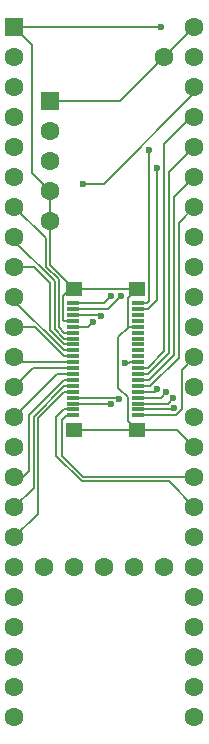
<source format=gbl>
%TF.GenerationSoftware,KiCad,Pcbnew,(6.0.2)*%
%TF.CreationDate,2022-04-24T21:41:02-05:00*%
%TF.ProjectId,thinkpad-teensy-keyboard,7468696e-6b70-4616-942d-7465656e7379,v1.0.0*%
%TF.SameCoordinates,Original*%
%TF.FileFunction,Copper,L2,Bot*%
%TF.FilePolarity,Positive*%
%FSLAX46Y46*%
G04 Gerber Fmt 4.6, Leading zero omitted, Abs format (unit mm)*
G04 Created by KiCad (PCBNEW (6.0.2)) date 2022-04-24 21:41:02*
%MOMM*%
%LPD*%
G01*
G04 APERTURE LIST*
%TA.AperFunction,ComponentPad*%
%ADD10R,1.600000X1.600000*%
%TD*%
%TA.AperFunction,ComponentPad*%
%ADD11C,1.600000*%
%TD*%
%TA.AperFunction,SMDPad,CuDef*%
%ADD12R,1.100000X0.300000*%
%TD*%
%TA.AperFunction,SMDPad,CuDef*%
%ADD13R,1.320000X1.300000*%
%TD*%
%TA.AperFunction,ViaPad*%
%ADD14C,0.600000*%
%TD*%
%TA.AperFunction,Conductor*%
%ADD15C,0.150000*%
%TD*%
%TA.AperFunction,Conductor*%
%ADD16C,0.200000*%
%TD*%
G04 APERTURE END LIST*
D10*
%TO.P,U1,1,GND*%
%TO.N,GND*%
X112374433Y-48981466D03*
D11*
%TO.P,U1,2,0_RX1_CRX2_CS1*%
%TO.N,Net-(Q2-Pad2)*%
X112374433Y-51521466D03*
%TO.P,U1,3,1_TX1_CTX2_MISO1*%
%TO.N,Net-(Q1-Pad2)*%
X112374433Y-54061466D03*
%TO.P,U1,4,2_OUT2*%
%TO.N,Net-(U1-Pad4)*%
X112374433Y-56601466D03*
%TO.P,U1,5,3_LRCLK2*%
%TO.N,Net-(U1-Pad5)*%
X112374433Y-59141466D03*
%TO.P,U1,6,4_BCLK2*%
%TO.N,Net-(U1-Pad6)*%
X112374433Y-61681466D03*
%TO.P,U1,7,5_IN2*%
%TO.N,Net-(U1-Pad7)*%
X112374433Y-64221466D03*
%TO.P,U1,8,6_OUT1D*%
%TO.N,Net-(U1-Pad8)*%
X112374433Y-66761466D03*
%TO.P,U1,9,7_RX2_OUT1A*%
%TO.N,Net-(U1-Pad9)*%
X112374433Y-69301466D03*
%TO.P,U1,10,8_TX2_IN1*%
%TO.N,Net-(U1-Pad10)*%
X112374433Y-71841466D03*
%TO.P,U1,11,9_OUT1C*%
%TO.N,Net-(U1-Pad11)*%
X112374433Y-74381466D03*
%TO.P,U1,12,10_CS_MQSR*%
%TO.N,Net-(U1-Pad12)*%
X112374433Y-76921466D03*
%TO.P,U1,13,11_MOSI_CTX1*%
%TO.N,Net-(J2-PadP$18)*%
X112374433Y-79461466D03*
%TO.P,U1,14,12_MISO_MQSL*%
%TO.N,Net-(J2-PadP$16)*%
X112374433Y-82001466D03*
%TO.P,U1,15,3V3*%
%TO.N,+3V3*%
X112374433Y-84541466D03*
%TO.P,U1,16,24_A10_TX6_SCL2*%
%TO.N,Net-(J2-PadP$14)*%
X112374433Y-87081466D03*
%TO.P,U1,17,25_A11_RX6_SDA2*%
%TO.N,Net-(J2-PadP$12)*%
X112374433Y-89621466D03*
%TO.P,U1,18,26_A12_MOSI1*%
%TO.N,Net-(J2-PadP$10)*%
X112374433Y-92161466D03*
%TO.P,U1,19,27_A13_SCK1*%
%TO.N,unconnected-(U1-Pad19)*%
X112374433Y-94701466D03*
%TO.P,U1,20,28_RX7*%
%TO.N,unconnected-(U1-Pad20)*%
X112374433Y-97241466D03*
%TO.P,U1,21,29_TX7*%
%TO.N,unconnected-(U1-Pad21)*%
X112374433Y-99781466D03*
%TO.P,U1,22,30_CRX3*%
%TO.N,unconnected-(U1-Pad22)*%
X112374433Y-102321466D03*
%TO.P,U1,23,31_CTX3*%
%TO.N,unconnected-(U1-Pad23)*%
X112374433Y-104861466D03*
%TO.P,U1,24,32_OUT1B*%
%TO.N,unconnected-(U1-Pad24)*%
X112374433Y-107401466D03*
%TO.P,U1,25,33_MCLK2*%
%TO.N,unconnected-(U1-Pad25)*%
X127614433Y-107401466D03*
%TO.P,U1,26,34_RX8*%
%TO.N,unconnected-(U1-Pad26)*%
X127614433Y-104861466D03*
%TO.P,U1,27,35_TX8*%
%TO.N,unconnected-(U1-Pad27)*%
X127614433Y-102321466D03*
%TO.P,U1,28,36_CS*%
%TO.N,unconnected-(U1-Pad28)*%
X127614433Y-99781466D03*
%TO.P,U1,29,37_CS*%
%TO.N,unconnected-(U1-Pad29)*%
X127614433Y-97241466D03*
%TO.P,U1,30,38_CS1_IN1*%
%TO.N,unconnected-(U1-Pad30)*%
X127614433Y-94701466D03*
%TO.P,U1,31,39_MISO1_OUT1A*%
%TO.N,Net-(J2-PadP$19)*%
X127614433Y-92161466D03*
%TO.P,U1,32,40_A16*%
%TO.N,Net-(U1-Pad32)*%
X127614433Y-89621466D03*
%TO.P,U1,33,41_A17*%
%TO.N,Net-(J2-PadP$2)*%
X127614433Y-87081466D03*
%TO.P,U1,34,GND*%
%TO.N,GND*%
X127614433Y-84541466D03*
%TO.P,U1,35,13_SCK_LED*%
%TO.N,Net-(J2-PadP$6)*%
X127614433Y-82001466D03*
%TO.P,U1,36,14_A0_TX3_SPDIF_OUT*%
%TO.N,Net-(J2-PadP$8)*%
X127614433Y-79461466D03*
%TO.P,U1,37,15_A1_RX3_SPDIF_IN*%
%TO.N,Net-(J2-PadP$1)*%
X127614433Y-76921466D03*
%TO.P,U1,38,16_A2_RX4_SCL1*%
%TO.N,Net-(U1-Pad38)*%
X127614433Y-74381466D03*
%TO.P,U1,39,17_A3_TX4_SDA1*%
%TO.N,Net-(U1-Pad39)*%
X127614433Y-71841466D03*
%TO.P,U1,40,18_A4_SDA*%
%TO.N,Net-(U1-Pad40)*%
X127614433Y-69301466D03*
%TO.P,U1,41,19_A5_SCL*%
%TO.N,Net-(U1-Pad41)*%
X127614433Y-66761466D03*
%TO.P,U1,42,20_A6_TX5_LRCLK1*%
%TO.N,Net-(U1-Pad42)*%
X127614433Y-64221466D03*
%TO.P,U1,43,21_A7_RX5_BCLK1*%
%TO.N,Net-(U1-Pad43)*%
X127614433Y-61681466D03*
%TO.P,U1,44,22_A8_CTX1*%
%TO.N,Net-(U1-Pad44)*%
X127614433Y-59141466D03*
%TO.P,U1,45,23_A9_CRX1_MCLK1*%
%TO.N,Net-(U1-Pad45)*%
X127614433Y-56601466D03*
%TO.P,U1,46,3V3*%
%TO.N,+3V3*%
X127614433Y-54061466D03*
%TO.P,U1,47,GND*%
%TO.N,GND*%
X127614433Y-51521466D03*
%TO.P,U1,48,VIN*%
%TO.N,+5V*%
X127614433Y-48981466D03*
%TO.P,U1,49,VUSB*%
X125074433Y-51521466D03*
%TO.P,U1,50,VBAT*%
%TO.N,unconnected-(U1-Pad50)*%
X114914433Y-94701466D03*
%TO.P,U1,51,3V3*%
%TO.N,unconnected-(U1-Pad51)*%
X117454433Y-94701466D03*
%TO.P,U1,52,GND*%
%TO.N,unconnected-(U1-Pad52)*%
X119994433Y-94701466D03*
%TO.P,U1,53,PROGRAM*%
%TO.N,unconnected-(U1-Pad53)*%
X122534433Y-94701466D03*
%TO.P,U1,54,ON_OFF*%
%TO.N,unconnected-(U1-Pad54)*%
X125074433Y-94701466D03*
D10*
%TO.P,U1,55,5V*%
%TO.N,+5V*%
X115425233Y-55280666D03*
D11*
%TO.P,U1,56,D-*%
%TO.N,unconnected-(U1-Pad56)*%
X115425233Y-57820666D03*
%TO.P,U1,57,D+*%
%TO.N,unconnected-(U1-Pad57)*%
X115425233Y-60360666D03*
%TO.P,U1,58,GND*%
%TO.N,GND*%
X115425233Y-62900666D03*
%TO.P,U1,59,GND*%
X115425233Y-65440666D03*
%TD*%
D12*
%TO.P,J2,P$1,1*%
%TO.N,Net-(J2-PadP$1)*%
X122844433Y-81875466D03*
%TO.P,J2,P$2,2*%
%TO.N,Net-(J2-PadP$2)*%
X117344433Y-81875466D03*
%TO.P,J2,P$3,3*%
%TO.N,Net-(U1-Pad38)*%
X122844433Y-81375466D03*
%TO.P,J2,P$4,4*%
%TO.N,Net-(U1-Pad32)*%
X117344433Y-81375466D03*
%TO.P,J2,P$5,5*%
%TO.N,Net-(U1-Pad39)*%
X122844433Y-80875466D03*
%TO.P,J2,P$6,6*%
%TO.N,Net-(J2-PadP$6)*%
X117344433Y-80875466D03*
%TO.P,J2,P$7,7*%
%TO.N,Net-(U1-Pad40)*%
X122844433Y-80375466D03*
%TO.P,J2,P$8,8*%
%TO.N,Net-(J2-PadP$8)*%
X117344433Y-80375466D03*
%TO.P,J2,P$9,9*%
%TO.N,Net-(U1-Pad41)*%
X122844433Y-79875466D03*
%TO.P,J2,P$10,10*%
%TO.N,Net-(J2-PadP$10)*%
X117344433Y-79875466D03*
%TO.P,J2,P$11,11*%
%TO.N,Net-(U1-Pad42)*%
X122844433Y-79375466D03*
%TO.P,J2,P$12,12*%
%TO.N,Net-(J2-PadP$12)*%
X117344433Y-79375466D03*
%TO.P,J2,P$13,13*%
%TO.N,Net-(U1-Pad43)*%
X122844433Y-78875466D03*
%TO.P,J2,P$14,14*%
%TO.N,Net-(J2-PadP$14)*%
X117344433Y-78875466D03*
%TO.P,J2,P$15,15*%
%TO.N,Net-(U1-Pad44)*%
X122844433Y-78375466D03*
%TO.P,J2,P$16,16*%
%TO.N,Net-(J2-PadP$16)*%
X117344433Y-78375466D03*
%TO.P,J2,P$17,17*%
%TO.N,Net-(U1-Pad45)*%
X122844433Y-77875466D03*
%TO.P,J2,P$18,18*%
%TO.N,Net-(J2-PadP$18)*%
X117344433Y-77875466D03*
%TO.P,J2,P$19,19*%
%TO.N,Net-(J2-PadP$19)*%
X122844433Y-77375466D03*
%TO.P,J2,P$20,20*%
%TO.N,Net-(U1-Pad12)*%
X117344433Y-77375466D03*
%TO.P,J2,P$21,21*%
%TO.N,unconnected-(J2-PadP$21)*%
X122844433Y-76875466D03*
%TO.P,J2,P$22,22*%
%TO.N,Net-(U1-Pad11)*%
X117344433Y-76875466D03*
%TO.P,J2,P$23,23*%
%TO.N,unconnected-(J2-PadP$23)*%
X122844433Y-76375466D03*
%TO.P,J2,P$24,24*%
%TO.N,Net-(U1-Pad10)*%
X117344433Y-76375466D03*
%TO.P,J2,P$25,25*%
%TO.N,unconnected-(J2-PadP$25)*%
X122844433Y-75875466D03*
%TO.P,J2,P$26,26*%
%TO.N,Net-(U1-Pad9)*%
X117344433Y-75875466D03*
%TO.P,J2,P$27,27*%
%TO.N,unconnected-(J2-PadP$27)*%
X122844433Y-75375466D03*
%TO.P,J2,P$28,28*%
%TO.N,Net-(U1-Pad8)*%
X117344433Y-75375466D03*
%TO.P,J2,P$29,29*%
%TO.N,unconnected-(J2-PadP$29)*%
X122844433Y-74875466D03*
%TO.P,J2,P$30,30*%
%TO.N,Net-(U1-Pad7)*%
X117344433Y-74875466D03*
%TO.P,J2,P$31,31*%
%TO.N,GND*%
X122844433Y-74375466D03*
%TO.P,J2,P$32,32*%
%TO.N,Net-(U1-Pad6)*%
X117344433Y-74375466D03*
%TO.P,J2,P$33,33*%
%TO.N,unconnected-(J2-PadP$33)*%
X122844433Y-73875466D03*
%TO.P,J2,P$34,34*%
%TO.N,GND*%
X117344433Y-73875466D03*
%TO.P,J2,P$35,35*%
%TO.N,unconnected-(J2-PadP$35)*%
X122844433Y-73375466D03*
%TO.P,J2,P$36,36*%
%TO.N,Net-(U1-Pad5)*%
X117344433Y-73375466D03*
%TO.P,J2,P$37,37*%
%TO.N,Net-(J2-PadP$37)*%
X122844433Y-72875466D03*
%TO.P,J2,P$38,38*%
%TO.N,+5V*%
X117344433Y-72875466D03*
%TO.P,J2,P$39,39*%
%TO.N,Net-(J2-PadP$39)*%
X122844433Y-72375466D03*
%TO.P,J2,P$40,40*%
%TO.N,Net-(U1-Pad4)*%
X117344433Y-72375466D03*
D13*
%TO.P,J2,P$41,43*%
%TO.N,GND*%
X122734433Y-83075466D03*
%TO.P,J2,P$42,44*%
X117454433Y-83075466D03*
%TO.P,J2,P$43,41*%
X122734433Y-71175466D03*
%TO.P,J2,P$44,42*%
X117454433Y-71175466D03*
%TD*%
D14*
%TO.N,+5V*%
X121412000Y-71774966D03*
%TO.N,GND*%
X124820433Y-48981466D03*
%TO.N,+3V3*%
X118216433Y-62255966D03*
%TO.N,Net-(J2-PadP$39)*%
X123804433Y-59395466D03*
%TO.N,Net-(J2-PadP$37)*%
X124403933Y-60919466D03*
%TO.N,Net-(U1-Pad41)*%
X124482344Y-79631377D03*
%TO.N,Net-(U1-Pad40)*%
X125220987Y-79937335D03*
%TO.N,Net-(U1-Pad39)*%
X125836089Y-80448073D03*
%TO.N,Net-(U1-Pad38)*%
X125842811Y-81253818D03*
%TO.N,Net-(U1-Pad4)*%
X120567713Y-71806786D03*
%TO.N,Net-(U1-Pad5)*%
X119740433Y-73449966D03*
%TO.N,Net-(U1-Pad6)*%
X119037352Y-73949966D03*
%TO.N,Net-(J2-PadP$8)*%
X121264433Y-80477466D03*
%TO.N,Net-(J2-PadP$6)*%
X120556167Y-80949966D03*
%TO.N,Net-(J2-PadP$19)*%
X121772433Y-77429466D03*
%TD*%
D15*
%TO.N,+5V*%
X120311500Y-72875466D02*
X121412000Y-71774966D01*
D16*
X115425233Y-55280666D02*
X121315233Y-55280666D01*
X125074433Y-51521466D02*
X127614433Y-48981466D01*
D15*
X117344433Y-72875466D02*
X120311500Y-72875466D01*
D16*
X121315233Y-55280666D02*
X125074433Y-51521466D01*
%TO.N,GND*%
X117104433Y-71175466D02*
X117454433Y-71175466D01*
X121994922Y-82335955D02*
X122734433Y-83075466D01*
X121994922Y-80360117D02*
X121994922Y-82335955D01*
X116494922Y-73824977D02*
X116494922Y-71784977D01*
X116545411Y-73875466D02*
X116494922Y-73824977D01*
X121172922Y-79538117D02*
X121994922Y-80360117D01*
X113898433Y-50505466D02*
X113898433Y-61373866D01*
X122734433Y-71175466D02*
X121994922Y-71914977D01*
X122844433Y-74375466D02*
X122045411Y-74375466D01*
X116494922Y-71784977D02*
X117104433Y-71175466D01*
X117454433Y-83075466D02*
X122734433Y-83075466D01*
X122734433Y-83075466D02*
X126148433Y-83075466D01*
X121994922Y-71914977D02*
X121994922Y-74324977D01*
X113898433Y-61373866D02*
X115425233Y-62900666D01*
X117344433Y-73875466D02*
X116545411Y-73875466D01*
X112374433Y-48981466D02*
X113898433Y-50505466D01*
D15*
X124820433Y-48981466D02*
X112374433Y-48981466D01*
D16*
X115425233Y-69146266D02*
X117454433Y-71175466D01*
X126148433Y-83075466D02*
X127614433Y-84541466D01*
X115425233Y-65440666D02*
X115425233Y-62900666D01*
X121172922Y-75247955D02*
X121172922Y-79538117D01*
X115425233Y-65440666D02*
X115425233Y-69146266D01*
X121994922Y-74324977D02*
X122045411Y-74375466D01*
X122045411Y-74375466D02*
X121172922Y-75247955D01*
X117454433Y-71175466D02*
X122734433Y-71175466D01*
D15*
%TO.N,+3V3*%
X119927933Y-62255966D02*
X127614433Y-54569466D01*
X127614433Y-54569466D02*
X127614433Y-54061466D01*
X118216433Y-62255966D02*
X119927933Y-62255966D01*
D16*
%TO.N,Net-(J2-PadP$39)*%
X122844433Y-72375466D02*
X123594433Y-72375466D01*
X123804433Y-72165466D02*
X123804433Y-59395466D01*
X123594433Y-72375466D02*
X123804433Y-72165466D01*
%TO.N,Net-(U1-Pad45)*%
X125074433Y-58887466D02*
X127360433Y-56601466D01*
X122844433Y-77875466D02*
X123643455Y-77875466D01*
X125074433Y-76444488D02*
X125074433Y-58887466D01*
X123643455Y-77875466D02*
X125074433Y-76444488D01*
X127360433Y-56601466D02*
X127614433Y-56601466D01*
%TO.N,Net-(J2-PadP$37)*%
X122844433Y-72875466D02*
X123659439Y-72875466D01*
X123659439Y-72875466D02*
X124403933Y-72130972D01*
X124403933Y-72130972D02*
X124403933Y-60919466D01*
%TO.N,Net-(U1-Pad44)*%
X125473953Y-61281946D02*
X127614433Y-59141466D01*
X125473953Y-76609974D02*
X125473953Y-61281946D01*
X123708461Y-78375466D02*
X125473953Y-76609974D01*
X122844433Y-78375466D02*
X123708461Y-78375466D01*
%TO.N,Net-(U1-Pad43)*%
X125873473Y-63422426D02*
X127614433Y-61681466D01*
X122844433Y-78875466D02*
X123773467Y-78875466D01*
X123773467Y-78875466D02*
X125873473Y-76775460D01*
X125873473Y-76775460D02*
X125873473Y-63422426D01*
%TO.N,Net-(U1-Pad42)*%
X126272993Y-65562906D02*
X127614433Y-64221466D01*
X122844433Y-79375466D02*
X123890433Y-79375466D01*
X126272993Y-76992906D02*
X126272993Y-65562906D01*
X123890433Y-79375466D02*
X126272993Y-76992906D01*
%TO.N,Net-(U1-Pad41)*%
X124238255Y-79875466D02*
X124482344Y-79631377D01*
X122844433Y-79875466D02*
X124238255Y-79875466D01*
%TO.N,Net-(U1-Pad40)*%
X122844433Y-80375466D02*
X124782856Y-80375466D01*
X124782856Y-80375466D02*
X125220987Y-79937335D01*
D15*
%TO.N,Net-(U1-Pad39)*%
X125408696Y-80875466D02*
X125836089Y-80448073D01*
X122844433Y-80875466D02*
X125408696Y-80875466D01*
%TO.N,Net-(U1-Pad38)*%
X122844433Y-81375466D02*
X125721163Y-81375466D01*
X125721163Y-81375466D02*
X125842811Y-81253818D01*
%TO.N,Net-(U1-Pad4)*%
X119999033Y-72375466D02*
X120567713Y-71806786D01*
X117344433Y-72375466D02*
X119999033Y-72375466D01*
%TO.N,Net-(U1-Pad5)*%
X119665933Y-73375466D02*
X119740433Y-73449966D01*
X117344433Y-73375466D02*
X119665933Y-73375466D01*
%TO.N,Net-(U1-Pad6)*%
X117344433Y-74375466D02*
X118611852Y-74375466D01*
X118611852Y-74375466D02*
X119037352Y-73949966D01*
%TO.N,Net-(U1-Pad7)*%
X115050713Y-66897746D02*
X112374433Y-64221466D01*
X116595411Y-74875466D02*
X116120402Y-74400457D01*
X116120402Y-74400457D02*
X116120402Y-70371086D01*
X115050713Y-69301397D02*
X115050713Y-66897746D01*
X116120402Y-70371086D02*
X115050713Y-69301397D01*
X117344433Y-74875466D02*
X116595411Y-74875466D01*
%TO.N,Net-(U1-Pad8)*%
X112374433Y-66761466D02*
X112374433Y-67119413D01*
X115770883Y-74545234D02*
X116601115Y-75375466D01*
X115770882Y-70515862D02*
X115770883Y-74545234D01*
X112374433Y-67119413D02*
X115770882Y-70515862D01*
X116601115Y-75375466D02*
X117344433Y-75375466D01*
%TO.N,Net-(U1-Pad9)*%
X114062190Y-69301466D02*
X112374433Y-69301466D01*
X115421363Y-74690009D02*
X115421363Y-70660639D01*
X117344433Y-75875466D02*
X116606820Y-75875466D01*
X116606820Y-75875466D02*
X115421363Y-74690009D01*
X115421363Y-70660639D02*
X114062190Y-69301466D01*
%TO.N,Net-(U1-Pad10)*%
X116595411Y-76375466D02*
X117344433Y-76375466D01*
X112374433Y-71841466D02*
X112374433Y-72154488D01*
X112374433Y-72154488D02*
X116595411Y-76375466D01*
%TO.N,Net-(U1-Pad11)*%
X114107115Y-74381466D02*
X116601115Y-76875466D01*
X116601115Y-76875466D02*
X117344433Y-76875466D01*
X112374433Y-74381466D02*
X114107115Y-74381466D01*
%TO.N,Net-(U1-Pad12)*%
X117344433Y-77375466D02*
X112828433Y-77375466D01*
X112828433Y-77375466D02*
X112374433Y-76921466D01*
%TO.N,Net-(J2-PadP$18)*%
X117344433Y-77875466D02*
X113960433Y-77875466D01*
X113960433Y-77875466D02*
X112374433Y-79461466D01*
%TO.N,Net-(J2-PadP$16)*%
X116000433Y-78375466D02*
X112374433Y-82001466D01*
X117344433Y-78375466D02*
X116000433Y-78375466D01*
%TO.N,Net-(J2-PadP$14)*%
X116595411Y-78875466D02*
X113644433Y-81826444D01*
X117344433Y-78875466D02*
X116595411Y-78875466D01*
X113644433Y-86573466D02*
X113136433Y-87081466D01*
X113644433Y-81826444D02*
X113644433Y-86573466D01*
X113136433Y-87081466D02*
X112374433Y-87081466D01*
%TO.N,Net-(J2-PadP$12)*%
X113993953Y-81976924D02*
X113993953Y-88001946D01*
X117344433Y-79375466D02*
X116595411Y-79375466D01*
X113993953Y-88001946D02*
X112374433Y-89621466D01*
X116595411Y-79375466D02*
X113993953Y-81976924D01*
%TO.N,Net-(J2-PadP$10)*%
X117344433Y-79875466D02*
X116595411Y-79875466D01*
X114343473Y-82127404D02*
X114343473Y-90192426D01*
X114343473Y-90192426D02*
X112374433Y-92161466D01*
X116595411Y-79875466D02*
X114343473Y-82127404D01*
%TO.N,Net-(J2-PadP$1)*%
X126539922Y-77995977D02*
X127614433Y-76921466D01*
X122844433Y-81875466D02*
X126033645Y-81875466D01*
X126539922Y-81369189D02*
X126539922Y-77995977D01*
X126033645Y-81875466D02*
X126539922Y-81369189D01*
%TO.N,Net-(J2-PadP$8)*%
X121162433Y-80375466D02*
X121264433Y-80477466D01*
X117344433Y-80375466D02*
X121162433Y-80375466D01*
%TO.N,Net-(J2-PadP$6)*%
X117344433Y-80875466D02*
X120481667Y-80875466D01*
X120481667Y-80875466D02*
X120556167Y-80949966D01*
%TO.N,Net-(J2-PadP$2)*%
X118216433Y-87081466D02*
X127614433Y-87081466D01*
X116795411Y-81875466D02*
X116438433Y-82232444D01*
X116438433Y-85303466D02*
X118216433Y-87081466D01*
X116438433Y-82232444D02*
X116438433Y-85303466D01*
X117344433Y-81875466D02*
X116795411Y-81875466D01*
%TO.N,Net-(U1-Pad32)*%
X115930433Y-82040444D02*
X115930433Y-85289761D01*
X116595411Y-81375466D02*
X115930433Y-82040444D01*
X115930433Y-85289761D02*
X118071657Y-87430985D01*
X125423952Y-87430985D02*
X127614433Y-89621466D01*
X117344433Y-81375466D02*
X116595411Y-81375466D01*
X118071657Y-87430985D02*
X125423952Y-87430985D01*
%TO.N,Net-(J2-PadP$19)*%
X122095411Y-77375466D02*
X122844433Y-77375466D01*
X121772433Y-77429466D02*
X122041411Y-77429466D01*
X122041411Y-77429466D02*
X122095411Y-77375466D01*
%TD*%
M02*

</source>
